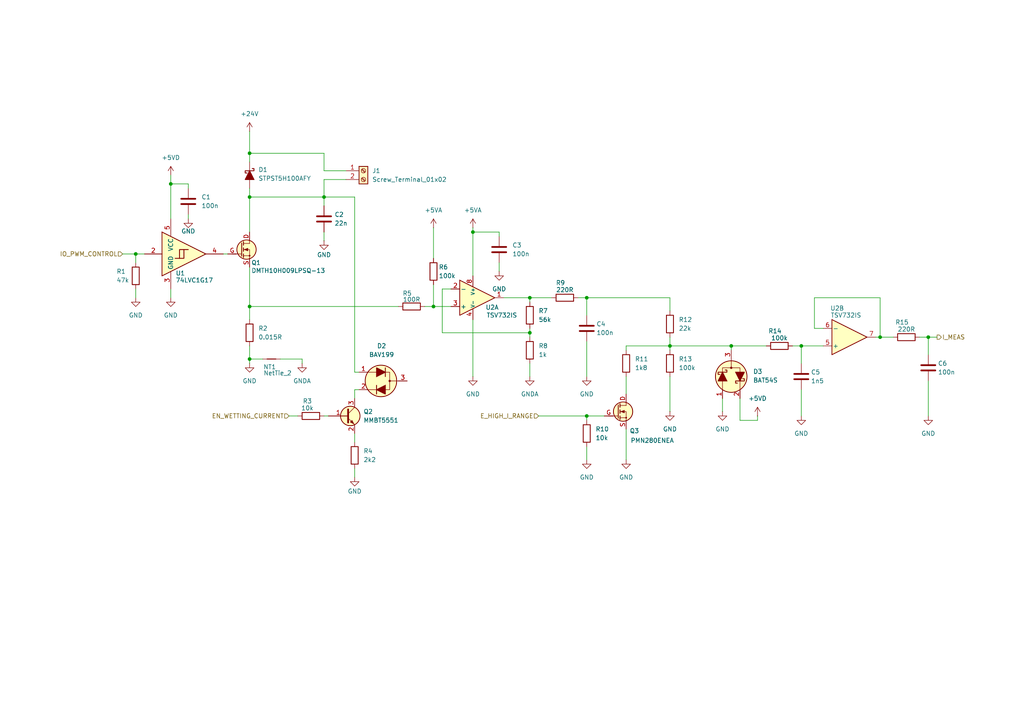
<source format=kicad_sch>
(kicad_sch (version 20231120) (generator "eeschema") (generator_version "8.0")
  (paper "A4")
  (lib_symbols
    (symbol "74xGxx:74LVC1G17"
      (property "Reference" "U" (at 0 3.81 0))
      (property "Value" "74LVC1G17" (at 0 -3.81 0))
      (symbol "74LVC1G17_0_1"
        (polyline (pts (xy -7.62 6.35) (xy -7.62 -6.35) (xy 5.08 0) (xy -7.62 6.35)) (stroke (width 0.254)) (fill (type background)))
        (polyline (pts (xy -3.81 -1.27) (xy -2.54 -1.27) (xy -2.54 1.27) (xy -1.27 1.27)) (stroke (width 0.254)) (fill (type background)))
        (polyline (pts (xy -2.54 -1.27) (xy -1.27 -1.27) (xy -1.27 1.27) (xy 0 1.27)) (stroke (width 0.254)) (fill (type background)))
      )
      (symbol "74LVC1G17_1_1"
        (pin no_connect line (at -7.62 5.08 180) (length 5.08) hide (name "NC") (number "1"))
        (pin input line (at -12.7 0 0) (length 5.08) (name "~") (number "2"))
        (pin power_in line (at -5.08 -10.16 90) (length 5.08) (name "GND") (number "3"))
        (pin output line (at 10.16 0 180) (length 5.08) (name "~") (number "4"))
        (pin power_in line (at -5.08 10.16 270) (length 5.08) (name "VCC") (number "5"))
      )
    )
    (symbol "Connector:Screw_Terminal_01x02" (pin_names (offset 1.016) hide)
      (property "Reference" "J" (at 0 2.54 0))
      (property "Value" "Screw_Terminal_01x02" (at 0 -5.08 0))
      (symbol "Screw_Terminal_01x02_1_1"
        (rectangle (start -1.27 1.27) (end 1.27 -3.81) (stroke (width 0.254)) (fill (type background)))
        (circle (center 0 -2.54) (radius 0.635) (stroke (width 0.1524)))
        (polyline (pts (xy -0.5334 -2.2098) (xy 0.3302 -3.048)) (stroke (width 0.1524)))
        (polyline (pts (xy -0.5334 0.3302) (xy 0.3302 -0.508)) (stroke (width 0.1524)))
        (polyline (pts (xy -0.3556 -2.032) (xy 0.508 -2.8702)) (stroke (width 0.1524)))
        (polyline (pts (xy -0.3556 0.508) (xy 0.508 -0.3302)) (stroke (width 0.1524)))
        (circle (center 0 0) (radius 0.635) (stroke (width 0.1524)))
        (pin passive line (at -5.08 0 0) (length 3.81) (name "Pin_1") (number "1"))
        (pin passive line (at -5.08 -2.54 0) (length 3.81) (name "Pin_2") (number "2"))
      )
    )
    (symbol "Device:NetTie_2" (pin_numbers hide) (pin_names (offset 0) hide) (in_bom no)
      (property "Reference" "NT" (at 0 1.27 0))
      (property "Value" "NetTie_2" (at 0 -1.27 0))
      (symbol "NetTie_2_0_1"
        (polyline (pts (xy -1.27 0) (xy 1.27 0)) (stroke (width 0.254)))
      )
      (symbol "NetTie_2_1_1"
        (pin passive line (at -2.54 0 0) (length 2.54) (name "1") (number "1"))
        (pin passive line (at 2.54 0 180) (length 2.54) (name "2") (number "2"))
      )
    )
    (symbol "PCM_Amplifier_Operational_AKL:TSV732IS" (pin_names (offset 0.2))
      (property "Reference" "U" (at 1.27 7.62 0))
      (property "Value" "TSV732IS" (at 1.27 5.08 0))
      (symbol "TSV732IS_0_1"
        (polyline (pts (xy -3.81 5.08) (xy -3.81 -5.08) (xy 6.35 0) (xy -3.81 5.08)) (stroke (width 0.254)) (fill (type background)))
      )
      (symbol "TSV732IS_1_1"
        (pin output line (at 8.89 0 180) (length 2.54) (name "~") (number "1"))
        (pin input line (at -6.35 2.54 0) (length 2.54) (name "-") (number "2"))
        (pin input line (at -6.35 -2.54 0) (length 2.54) (name "+") (number "3"))
        (pin power_in line (at 0 -6.35 90) (length 3.18) (name "V-") (number "4"))
        (pin power_in line (at 0 6.35 270) (length 3.18) (name "V+") (number "8"))
      )
      (symbol "TSV732IS_2_1"
        (pin input line (at -6.35 -2.54 0) (length 2.54) (name "+") (number "5"))
        (pin input line (at -6.35 2.54 0) (length 2.54) (name "-") (number "6"))
        (pin output line (at 8.89 0 180) (length 2.54) (name "~") (number "7"))
      )
    )
    (symbol "PCM_Capacitor_AKL:C_0603" (pin_numbers hide) (pin_names (offset 0.254))
      (property "Reference" "C" (at 0.635 2.54 0))
      (property "Value" "C_0603" (at 0.635 -2.54 0))
      (symbol "C_0603_0_1"
        (polyline (pts (xy -2.032 -0.762) (xy 2.032 -0.762)) (stroke (width 0.508)))
        (polyline (pts (xy -2.032 0.762) (xy 2.032 0.762)) (stroke (width 0.508)))
      )
      (symbol "C_0603_0_2"
        (polyline (pts (xy -2.54 -2.54) (xy -0.381 -0.381)))
        (polyline (pts (xy -0.508 -0.508) (xy -1.651 0.635)) (stroke (width 0.508)))
        (polyline (pts (xy -0.508 -0.508) (xy 0.635 -1.651)) (stroke (width 0.508)))
        (polyline (pts (xy 0.381 0.381) (xy 2.54 2.54)))
        (polyline (pts (xy 0.508 0.508) (xy -0.635 1.651)) (stroke (width 0.508)))
        (polyline (pts (xy 0.508 0.508) (xy 1.651 -0.635)) (stroke (width 0.508)))
      )
      (symbol "C_0603_1_1"
        (pin passive line (at 0 3.81 270) (length 2.794) (name "~") (number "1"))
        (pin passive line (at 0 -3.81 90) (length 2.794) (name "~") (number "2"))
      )
      (symbol "C_0603_1_2"
        (pin passive line (at 2.54 2.54 270) (length 0) (name "~") (number "1"))
        (pin passive line (at -2.54 -2.54 90) (length 0) (name "~") (number "2"))
      )
    )
    (symbol "PCM_Diode_AKL:BAV199" (pin_names (offset 1.016) hide)
      (property "Reference" "D" (at 0 8.89 0))
      (property "Value" "BAV199" (at 0 6.35 0))
      (symbol "BAV199_0_1"
        (polyline (pts (xy -1.27 -2.54) (xy -3.81 -2.54)))
        (polyline (pts (xy -1.27 -1.27) (xy -1.27 -3.81)) (stroke (width 0.254)))
        (polyline (pts (xy -1.27 2.54) (xy -3.81 2.54)))
        (polyline (pts (xy 1.27 3.81) (xy 1.27 1.27)) (stroke (width 0.254)))
        (polyline (pts (xy 5.08 0) (xy 2.54 0)))
        (polyline (pts (xy 1.27 -2.54) (xy 2.54 -2.54) (xy 2.54 2.54) (xy 1.27 2.54)))
        (circle (center 0 0) (radius 4.572) (stroke (width 0.254)) (fill (type background)))
        (circle (center 2.54 0) (radius 0.254) (fill (type outline)))
      )
      (symbol "BAV199_0_2"
        (arc (start -2.54 -2.54) (mid 0 -5.0576) (end 2.54 -2.54) (stroke (width 0.254)))
        (polyline (pts (xy -2.54 2.54) (xy -2.54 -2.54)) (stroke (width 0.254)))
        (polyline (pts (xy 0 -5.08) (xy 0 -3.81)))
        (polyline (pts (xy 0 0) (xy 2.54 0)))
        (polyline (pts (xy 0 1.27) (xy 0 -1.27)))
        (polyline (pts (xy 0 5.08) (xy 0 3.81)))
        (polyline (pts (xy 1.27 -3.81) (xy -1.27 -3.81)) (stroke (width 0.254)))
        (polyline (pts (xy 1.27 1.27) (xy -1.27 1.27)) (stroke (width 0.254)))
        (polyline (pts (xy 2.54 -2.54) (xy 2.54 2.54)) (stroke (width 0.254)))
        (polyline (pts (xy 0 -5.08) (xy -1.016 -4.826) (xy -1.778 -4.318) (xy -2.286 -3.556) (xy -2.54 -3.048) (xy -2.54 2.794) (xy -2.286 3.556) (xy -1.778 4.318) (xy -1.016 4.826) (xy -0.254 5.08) (xy 0.254 5.08) (xy 1.016 4.826) (xy 1.524 4.572) (xy 2.032 4.064) (xy 2.286 3.556) (xy 2.54 2.794) (xy 2.54 -2.794) (xy 2.286 -3.556) (xy 2.032 -4.064) (xy 1.524 -4.572) (xy 1.016 -4.826) (xy 0 -5.08)) (stroke (width 0.01)) (fill (type background)))
        (circle (center 0 0) (radius 0.254) (fill (type outline)))
        (arc (start 2.54 2.54) (mid 0 5.0576) (end -2.54 2.54) (stroke (width 0.254)))
      )
      (symbol "BAV199_1_1"
        (polyline (pts (xy -1.27 2.54) (xy 1.27 2.54)))
        (polyline (pts (xy 1.27 -2.54) (xy -1.27 -2.54)))
        (polyline (pts (xy -1.27 1.27) (xy -1.27 3.81) (xy 1.27 2.54) (xy -1.27 1.27)) (stroke (width 0.254)) (fill (type outline)))
        (polyline (pts (xy 1.27 -1.27) (xy 1.27 -3.81) (xy -1.27 -2.54) (xy 1.27 -1.27)) (stroke (width 0.254)) (fill (type outline)))
        (pin passive line (at -6.35 2.54 0) (length 2.54) (name "A") (number "1"))
        (pin passive line (at -6.35 -2.54 0) (length 2.54) (name "K") (number "2"))
        (pin passive line (at 7.62 0 180) (length 2.54) (name "C") (number "3"))
      )
      (symbol "BAV199_1_2"
        (polyline (pts (xy 1.27 -1.27) (xy -1.27 -1.27) (xy 0 -3.81) (xy 1.27 -1.27)) (stroke (width 0.254)) (fill (type outline)))
        (polyline (pts (xy 1.27 3.81) (xy -1.27 3.81) (xy 0 1.27) (xy 1.27 3.81)) (stroke (width 0.254)) (fill (type outline)))
        (pin passive line (at 0 7.62 270) (length 2.54) (name "A") (number "1"))
        (pin passive line (at 0 -7.62 90) (length 2.54) (name "K") (number "2"))
        (pin passive line (at 5.08 0 180) (length 2.54) (name "C") (number "3"))
      )
    )
    (symbol "PCM_Diode_Schottky_AKL:BAT54S" (pin_names (offset 1.016) hide)
      (property "Reference" "D" (at 0 8.89 0))
      (property "Value" "BAT54S" (at 0 6.35 0))
      (symbol "BAT54S_0_1"
        (polyline (pts (xy -1.27 -2.54) (xy -3.81 -2.54)))
        (polyline (pts (xy -1.27 2.54) (xy -3.81 2.54)))
        (polyline (pts (xy 5.08 0) (xy 2.54 0)))
        (polyline (pts (xy 1.27 -2.54) (xy 2.54 -2.54) (xy 2.54 2.54) (xy 1.27 2.54)))
        (circle (center 0 0) (radius 4.572) (stroke (width 0.254)) (fill (type background)))
        (circle (center 2.54 0) (radius 0.254) (fill (type outline)))
      )
      (symbol "BAT54S_1_1"
        (polyline (pts (xy -1.27 2.54) (xy 1.27 2.54)))
        (polyline (pts (xy 1.27 -2.54) (xy -1.27 -2.54)))
        (polyline (pts (xy -1.27 1.27) (xy -1.27 3.81) (xy 1.27 2.54) (xy -1.27 1.27)) (stroke (width 0.254)) (fill (type outline)))
        (polyline (pts (xy 1.27 -1.27) (xy 1.27 -3.81) (xy -1.27 -2.54) (xy 1.27 -1.27)) (stroke (width 0.254)) (fill (type outline)))
        (polyline (pts (xy -1.905 -1.778) (xy -1.905 -1.27) (xy -1.27 -1.27) (xy -1.27 -3.81) (xy -0.635 -3.81) (xy -0.635 -3.302)) (stroke (width 0.254)))
        (polyline (pts (xy 1.905 1.778) (xy 1.905 1.27) (xy 1.27 1.27) (xy 1.27 3.81) (xy 0.635 3.81) (xy 0.635 3.302)) (stroke (width 0.254)))
        (pin passive line (at -6.35 2.54 0) (length 2.54) (name "A") (number "1"))
        (pin passive line (at -6.35 -2.54 0) (length 2.54) (name "K") (number "2"))
        (pin passive line (at 7.62 0 180) (length 2.54) (name "C") (number "3"))
      )
      (symbol "BAT54S_1_2"
        (arc (start -2.54 -2.54) (mid 0 -5.0576) (end 2.54 -2.54) (stroke (width 0.254)))
        (polyline (pts (xy -2.54 2.54) (xy -2.54 -2.54)) (stroke (width 0.254)))
        (polyline (pts (xy 0 -5.08) (xy 0 -3.556)))
        (polyline (pts (xy 0 0) (xy 2.54 0)))
        (polyline (pts (xy 0 1.27) (xy 0 -1.27)))
        (polyline (pts (xy 0 5.08) (xy 0 3.556)))
        (polyline (pts (xy 2.54 -2.54) (xy 2.54 2.54)) (stroke (width 0.254)))
        (polyline (pts (xy 1.27 -1.016) (xy -1.27 -1.016) (xy 0 -3.556) (xy 1.27 -1.016)) (stroke (width 0.254)) (fill (type outline)))
        (polyline (pts (xy 1.27 3.81) (xy -1.27 3.81) (xy 0 1.27) (xy 1.27 3.81)) (stroke (width 0.254)) (fill (type outline)))
        (polyline (pts (xy -0.762 0.635) (xy -1.27 0.635) (xy -1.27 1.27) (xy 1.27 1.27) (xy 1.27 1.905) (xy 0.762 1.905)) (stroke (width 0.254)))
        (polyline (pts (xy 0.762 -2.921) (xy 1.27 -2.921) (xy 1.27 -3.556) (xy -1.27 -3.556) (xy -1.27 -4.191) (xy -0.762 -4.191)) (stroke (width 0.254)))
        (polyline (pts (xy 0 -5.08) (xy -1.016 -4.826) (xy -1.778 -4.318) (xy -2.286 -3.556) (xy -2.54 -3.048) (xy -2.54 2.794) (xy -2.286 3.556) (xy -1.778 4.318) (xy -1.016 4.826) (xy -0.254 5.08) (xy 0.254 5.08) (xy 1.016 4.826) (xy 1.524 4.572) (xy 2.032 4.064) (xy 2.286 3.556) (xy 2.54 2.794) (xy 2.54 -2.794) (xy 2.286 -3.556) (xy 2.032 -4.064) (xy 1.524 -4.572) (xy 1.016 -4.826) (xy 0 -5.08)) (stroke (width 0.01)) (fill (type background)))
        (circle (center 0 0) (radius 0.254) (fill (type outline)))
        (arc (start 2.54 2.54) (mid 0 5.0576) (end -2.54 2.54) (stroke (width 0.254)))
        (pin passive line (at 0 7.62 270) (length 2.54) (name "A") (number "1"))
        (pin passive line (at 0 -7.62 90) (length 2.54) (name "K") (number "2"))
        (pin passive line (at 5.08 0 180) (length 2.54) (name "C") (number "3"))
      )
    )
    (symbol "PCM_Resistor_AKL:R_0603" (pin_numbers hide) (pin_names (offset 0))
      (property "Reference" "R" (at 2.54 1.27 0))
      (property "Value" "R_0603" (at 2.54 -1.27 0))
      (symbol "R_0603_0_1"
        (rectangle (start -1.016 2.54) (end 1.016 -2.54) (stroke (width 0.254)))
      )
      (symbol "R_0603_0_2"
        (polyline (pts (xy -2.54 -2.54) (xy -1.524 -1.524)))
        (polyline (pts (xy 1.524 1.524) (xy 2.54 2.54)))
        (polyline (pts (xy 1.524 1.524) (xy 0.889 2.159) (xy -2.159 -0.889) (xy -0.889 -2.159) (xy 2.159 0.889) (xy 1.524 1.524)) (stroke (width 0.254)))
      )
      (symbol "R_0603_1_1"
        (pin passive line (at 0 3.81 270) (length 1.27) (name "~") (number "1"))
        (pin passive line (at 0 -3.81 90) (length 1.27) (name "~") (number "2"))
      )
      (symbol "R_0603_1_2"
        (pin passive line (at 2.54 2.54 180) (length 0) (name "") (number "1"))
        (pin passive line (at -2.54 -2.54 0) (length 0) (name "") (number "2"))
      )
    )
    (symbol "PCM_Transistor_BJT_AKL:MMBT5551" (pin_names hide)
      (property "Reference" "Q" (at 5.08 1.27 0))
      (property "Value" "MMBT5551" (at 5.08 -1.27 0))
      (symbol "MMBT5551_0_1"
        (polyline (pts (xy 0.635 0.635) (xy 2.54 2.54)))
        (polyline (pts (xy 0.635 -0.635) (xy 2.54 -2.54) (xy 2.54 -2.54)))
        (polyline (pts (xy 0.635 1.905) (xy 0.635 -1.905) (xy 0.635 -1.905)) (stroke (width 0.508)))
        (polyline (pts (xy 1.27 -1.778) (xy 1.778 -1.27) (xy 2.286 -2.286) (xy 1.27 -1.778) (xy 1.27 -1.778)) (fill (type outline)))
        (circle (center 1.27 0) (radius 2.8194) (stroke (width 0.254)) (fill (type background)))
      )
      (symbol "MMBT5551_1_1"
        (pin input line (at -5.08 0 0) (length 5.715) (name "B") (number "1"))
        (pin passive line (at 2.54 -5.08 90) (length 2.54) (name "E") (number "2"))
        (pin passive line (at 2.54 5.08 270) (length 2.54) (name "C") (number "3"))
      )
    )
    (symbol "athanniss-lib:DMTH10H009LPSQ-13" (pin_names hide)
      (property "Reference" "Q" (at 5.08 1.27 0))
      (property "Value" "DMTH10H009LPSQ-13" (at 5.08 -1.27 0))
      (symbol "DMTH10H009LPSQ-13_0_1"
        (polyline (pts (xy 0.254 -1.27) (xy -2.54 -1.27)))
        (polyline (pts (xy 0.254 1.905) (xy 0.254 -1.905)) (stroke (width 0.254)))
        (polyline (pts (xy 0.762 -1.778) (xy 2.54 -1.778)))
        (polyline (pts (xy 0.762 -1.27) (xy 0.762 -2.286)) (stroke (width 0.254)))
        (polyline (pts (xy 0.762 0.508) (xy 0.762 -0.508)) (stroke (width 0.254)))
        (polyline (pts (xy 0.762 2.286) (xy 0.762 1.27)) (stroke (width 0.254)))
        (polyline (pts (xy 2.54 1.778) (xy 0.762 1.778)))
        (polyline (pts (xy 2.54 2.54) (xy 2.54 1.778)))
        (polyline (pts (xy 2.54 -2.54) (xy 2.54 0) (xy 0.762 0)))
        (polyline (pts (xy 1.016 0) (xy 2.032 0.381) (xy 2.032 -0.381) (xy 1.016 0)) (fill (type outline)))
        (circle (center 1.651 0) (radius 2.794) (stroke (width 0.254)) (fill (type background)))
        (circle (center 2.54 -1.778) (radius 0.1778) (fill (type outline)))
      )
      (symbol "DMTH10H009LPSQ-13_1_1"
        (pin passive line (at 2.54 5.08 270) (length 2.54) (name "D") (number "D"))
        (pin input line (at -3.81 -1.27 0) (length 2.54) (name "G") (number "G"))
        (pin passive line (at 2.54 -5.08 90) (length 2.54) (name "S") (number "S"))
      )
    )
    (symbol "athanniss-lib:MFSA1206R0150FCM" (pin_numbers hide) (pin_names (offset 0))
      (property "Reference" "R" (at 2.54 1.27 0))
      (property "Value" "0.015R" (at 2.54 -1.27 0))
      (symbol "MFSA1206R0150FCM_0_1"
        (rectangle (start -1.016 2.54) (end 1.016 -2.54) (stroke (width 0.254)))
      )
      (symbol "MFSA1206R0150FCM_0_2"
        (polyline (pts (xy -2.54 -2.54) (xy -1.524 -1.524)))
        (polyline (pts (xy 1.524 1.524) (xy 2.54 2.54)))
        (polyline (pts (xy 1.524 1.524) (xy 0.889 2.159) (xy -2.159 -0.889) (xy -0.889 -2.159) (xy 2.159 0.889) (xy 1.524 1.524)) (stroke (width 0.254)))
      )
      (symbol "MFSA1206R0150FCM_1_1"
        (pin passive line (at 0 3.81 270) (length 1.27) (name "~") (number "1"))
        (pin passive line (at 0 -3.81 90) (length 1.27) (name "~") (number "2"))
      )
      (symbol "MFSA1206R0150FCM_1_2"
        (pin passive line (at 2.54 2.54 180) (length 0) (name "") (number "1"))
        (pin passive line (at -2.54 -2.54 0) (length 0) (name "") (number "2"))
      )
    )
    (symbol "athanniss-lib:PMN280ENEA" (pin_names hide)
      (property "Reference" "Q" (at 5.08 1.27 0))
      (property "Value" "PMN280ENEA" (at 5.08 -1.27 0))
      (symbol "PMN280ENEA_0_1"
        (polyline (pts (xy 0.254 -1.27) (xy -2.54 -1.27)))
        (polyline (pts (xy 0.254 1.905) (xy 0.254 -1.905)) (stroke (width 0.254)))
        (polyline (pts (xy 0.762 -1.778) (xy 2.54 -1.778)))
        (polyline (pts (xy 0.762 -1.27) (xy 0.762 -2.286)) (stroke (width 0.254)))
        (polyline (pts (xy 0.762 0.508) (xy 0.762 -0.508)) (stroke (width 0.254)))
        (polyline (pts (xy 0.762 2.286) (xy 0.762 1.27)) (stroke (width 0.254)))
        (polyline (pts (xy 2.54 1.778) (xy 0.762 1.778)))
        (polyline (pts (xy 2.54 2.54) (xy 2.54 1.778)))
        (polyline (pts (xy 2.54 -2.54) (xy 2.54 0) (xy 0.762 0)))
        (polyline (pts (xy 1.016 0) (xy 2.032 0.381) (xy 2.032 -0.381) (xy 1.016 0)) (fill (type outline)))
        (circle (center 1.651 0) (radius 2.794) (stroke (width 0.254)) (fill (type background)))
        (circle (center 2.54 -1.778) (radius 0.1778) (fill (type outline)))
      )
      (symbol "PMN280ENEA_1_1"
        (pin passive line (at 2.54 5.08 270) (length 2.54) (name "D") (number "D"))
        (pin input line (at -3.81 -1.27 0) (length 2.54) (name "G") (number "G"))
        (pin passive line (at 2.54 -5.08 90) (length 2.54) (name "S") (number "S"))
      )
    )
    (symbol "athanniss-lib:STPST5H100AFY" (pin_numbers hide) (pin_names (offset 1.016) hide)
      (property "Reference" "D" (at 0 5.08 0))
      (property "Value" "STPST5H100AFY" (at 0 2.54 0))
      (symbol "STPST5H100AFY_0_1"
        (polyline (pts (xy -1.27 0) (xy 1.27 0)))
        (polyline (pts (xy -1.27 -1.27) (xy -1.27 1.27) (xy 1.27 0) (xy -1.27 -1.27)) (stroke (width 0.254)) (fill (type outline)))
        (polyline (pts (xy 1.905 -0.762) (xy 1.905 -1.27) (xy 1.27 -1.27) (xy 1.27 1.27) (xy 0.635 1.27) (xy 0.635 0.762)) (stroke (width 0.254)))
      )
      (symbol "STPST5H100AFY_0_2"
        (polyline (pts (xy -2.54 -2.54) (xy 2.54 2.54)))
        (polyline (pts (xy 0 1.778) (xy 1.778 0)) (stroke (width 0.254)))
        (polyline (pts (xy 0 1.778) (xy -0.381 1.397) (xy 0 1.016)) (stroke (width 0.254)))
        (polyline (pts (xy 1.778 0) (xy 2.159 0.381) (xy 1.778 0.762)) (stroke (width 0.254)))
        (polyline (pts (xy -0.889 -0.889) (xy -1.778 0) (xy 0.889 0.889) (xy 0 -1.778) (xy -0.889 -0.889)) (stroke (width 0.254)) (fill (type outline)))
      )
      (symbol "STPST5H100AFY_1_1"
        (pin passive line (at 3.81 0 180) (length 2.54) (name "K") (number "1"))
        (pin passive line (at -3.81 0 0) (length 2.54) (name "A") (number "2"))
      )
      (symbol "STPST5H100AFY_1_2"
        (pin passive line (at 2.54 2.54 180) (length 0) (name "K") (number "1"))
        (pin passive line (at -2.54 -2.54 0) (length 0) (name "A") (number "2"))
      )
    )
    (symbol "power:+24V" (power) (pin_numbers hide) (pin_names (offset 0) hide)
      (property "Value" "+24V" (at 0 3.556 0))
      (symbol "+24V_0_1"
        (polyline (pts (xy -0.762 1.27) (xy 0 2.54)))
        (polyline (pts (xy 0 0) (xy 0 2.54)))
        (polyline (pts (xy 0 2.54) (xy 0.762 1.27)))
      )
      (symbol "+24V_1_1"
        (pin power_in line (at 0 0 90) (length 0) (name "~") (number "1"))
      )
    )
    (symbol "power:+5VA" (power) (pin_numbers hide) (pin_names (offset 0) hide)
      (property "Value" "+5VA" (at 0 3.556 0))
      (symbol "+5VA_0_1"
        (polyline (pts (xy -0.762 1.27) (xy 0 2.54)))
        (polyline (pts (xy 0 0) (xy 0 2.54)))
        (polyline (pts (xy 0 2.54) (xy 0.762 1.27)))
      )
      (symbol "+5VA_1_1"
        (pin power_in line (at 0 0 90) (length 0) (name "~") (number "1"))
      )
    )
    (symbol "power:+5VD" (power) (pin_numbers hide) (pin_names (offset 0) hide)
      (property "Value" "+5VD" (at 0 3.556 0))
      (symbol "+5VD_0_1"
        (polyline (pts (xy -0.762 1.27) (xy 0 2.54)))
        (polyline (pts (xy 0 0) (xy 0 2.54)))
        (polyline (pts (xy 0 2.54) (xy 0.762 1.27)))
      )
      (symbol "+5VD_1_1"
        (pin power_in line (at 0 0 90) (length 0) (name "~") (number "1"))
      )
    )
    (symbol "power:GND" (power) (pin_numbers hide) (pin_names (offset 0) hide)
      (property "Value" "GND" (at 0 -3.81 0))
      (symbol "GND_0_1"
        (polyline (pts (xy 0 0) (xy 0 -1.27) (xy 1.27 -1.27) (xy 0 -2.54) (xy -1.27 -1.27) (xy 0 -1.27)))
      )
      (symbol "GND_1_1"
        (pin power_in line (at 0 0 270) (length 0) (name "~") (number "1"))
      )
    )
    (symbol "power:GNDA" (power) (pin_numbers hide) (pin_names (offset 0) hide)
      (property "Value" "GNDA" (at 0 -3.81 0))
      (symbol "GNDA_0_1"
        (polyline (pts (xy 0 0) (xy 0 -1.27) (xy 1.27 -1.27) (xy 0 -2.54) (xy -1.27 -1.27) (xy 0 -1.27)))
      )
      (symbol "GNDA_1_1"
        (pin power_in line (at 0 0 270) (length 0) (name "~") (number "1"))
      )
    )
  )
  (junction (at 194.31 100.33))
  (junction (at 93.98 57.15))
  (junction (at 49.53 53.34))
  (junction (at 72.39 44.45))
  (junction (at 72.39 88.9))
  (junction (at 125.73 88.9))
  (junction (at 212.09 100.33))
  (junction (at 153.67 86.36))
  (junction (at 153.67 96.52))
  (junction (at 232.41 100.33))
  (junction (at 39.37 73.66))
  (junction (at 269.24 97.79))
  (junction (at 255.27 97.79))
  (junction (at 72.39 57.15))
  (junction (at 170.18 86.36))
  (junction (at 72.39 104.14))
  (junction (at 137.16 67.31))
  (junction (at 170.18 120.65))
  (wire (pts (xy 72.39 104.14) (xy 76.2 104.14)))
  (wire (pts (xy 269.24 110.49) (xy 269.24 120.65)))
  (wire (pts (xy 255.27 97.79) (xy 259.08 97.79)))
  (wire (pts (xy 236.22 86.36) (xy 255.27 86.36)))
  (wire (pts (xy 212.09 100.33) (xy 212.09 101.6)))
  (wire (pts (xy 170.18 120.65) (xy 170.18 121.92)))
  (wire (pts (xy 39.37 73.66) (xy 39.37 76.2)))
  (wire (pts (xy 49.53 83.82) (xy 49.53 86.36)))
  (wire (pts (xy 93.98 44.45) (xy 93.98 49.53)))
  (wire (pts (xy 153.67 96.52) (xy 153.67 97.79)))
  (wire (pts (xy 93.98 67.31) (xy 93.98 69.85)))
  (wire (pts (xy 130.81 83.82) (xy 128.27 83.82)))
  (wire (pts (xy 269.24 97.79) (xy 269.24 102.87)))
  (wire (pts (xy 236.22 95.25) (xy 236.22 86.36)))
  (wire (pts (xy 232.41 100.33) (xy 238.76 100.33)))
  (wire (pts (xy 167.64 86.36) (xy 170.18 86.36)))
  (wire (pts (xy 146.05 86.36) (xy 153.67 86.36)))
  (wire (pts (xy 72.39 88.9) (xy 115.57 88.9)))
  (wire (pts (xy 54.61 54.61) (xy 54.61 53.34)))
  (wire (pts (xy 194.31 97.79) (xy 194.31 100.33)))
  (wire (pts (xy 255.27 97.79) (xy 254 97.79)))
  (wire (pts (xy 125.73 66.04) (xy 125.73 74.93)))
  (wire (pts (xy 194.31 86.36) (xy 194.31 90.17)))
  (wire (pts (xy 212.09 100.33) (xy 194.31 100.33)))
  (wire (pts (xy 214.63 121.92) (xy 219.71 121.92)))
  (wire (pts (xy 137.16 67.31) (xy 137.16 80.01)))
  (wire (pts (xy 125.73 82.55) (xy 125.73 88.9)))
  (wire (pts (xy 72.39 88.9) (xy 72.39 92.71)))
  (wire (pts (xy 72.39 44.45) (xy 93.98 44.45)))
  (wire (pts (xy 137.16 67.31) (xy 144.78 67.31)))
  (wire (pts (xy 153.67 86.36) (xy 160.02 86.36)))
  (wire (pts (xy 128.27 96.52) (xy 153.67 96.52)))
  (wire (pts (xy 153.67 95.25) (xy 153.67 96.52)))
  (wire (pts (xy 266.7 97.79) (xy 269.24 97.79)))
  (wire (pts (xy 81.28 104.14) (xy 87.63 104.14)))
  (wire (pts (xy 49.53 53.34) (xy 54.61 53.34)))
  (wire (pts (xy 181.61 109.22) (xy 181.61 114.3)))
  (wire (pts (xy 269.24 97.79) (xy 271.78 97.79)))
  (wire (pts (xy 72.39 104.14) (xy 72.39 105.41)))
  (wire (pts (xy 229.87 100.33) (xy 232.41 100.33)))
  (wire (pts (xy 175.26 120.65) (xy 170.18 120.65)))
  (wire (pts (xy 222.25 100.33) (xy 212.09 100.33)))
  (wire (pts (xy 170.18 129.54) (xy 170.18 133.35)))
  (wire (pts (xy 219.71 121.92) (xy 219.71 120.65)))
  (wire (pts (xy 102.87 135.89) (xy 102.87 138.43)))
  (wire (pts (xy 93.98 49.53) (xy 100.33 49.53)))
  (wire (pts (xy 102.87 125.73) (xy 102.87 128.27)))
  (wire (pts (xy 39.37 73.66) (xy 41.91 73.66)))
  (wire (pts (xy 93.98 57.15) (xy 93.98 52.07)))
  (wire (pts (xy 156.21 120.65) (xy 170.18 120.65)))
  (wire (pts (xy 123.19 88.9) (xy 125.73 88.9)))
  (wire (pts (xy 93.98 57.15) (xy 93.98 59.69)))
  (wire (pts (xy 72.39 44.45) (xy 72.39 46.99)))
  (wire (pts (xy 170.18 86.36) (xy 194.31 86.36)))
  (wire (pts (xy 238.76 95.25) (xy 236.22 95.25)))
  (wire (pts (xy 102.87 57.15) (xy 102.87 107.95)))
  (wire (pts (xy 194.31 109.22) (xy 194.31 119.38)))
  (wire (pts (xy 72.39 57.15) (xy 72.39 67.31)))
  (wire (pts (xy 102.87 107.95) (xy 104.14 107.95)))
  (wire (pts (xy 181.61 100.33) (xy 181.61 101.6)))
  (wire (pts (xy 153.67 86.36) (xy 153.67 87.63)))
  (wire (pts (xy 170.18 86.36) (xy 170.18 91.44)))
  (wire (pts (xy 125.73 88.9) (xy 130.81 88.9)))
  (wire (pts (xy 49.53 53.34) (xy 49.53 63.5)))
  (wire (pts (xy 102.87 113.03) (xy 102.87 115.57)))
  (wire (pts (xy 144.78 76.2) (xy 144.78 78.74)))
  (wire (pts (xy 54.61 62.23) (xy 54.61 63.5)))
  (wire (pts (xy 72.39 57.15) (xy 93.98 57.15)))
  (wire (pts (xy 93.98 52.07) (xy 100.33 52.07)))
  (wire (pts (xy 209.55 115.57) (xy 209.55 119.38)))
  (wire (pts (xy 72.39 77.47) (xy 72.39 88.9)))
  (wire (pts (xy 64.77 73.66) (xy 66.04 73.66)))
  (wire (pts (xy 72.39 38.1) (xy 72.39 44.45)))
  (wire (pts (xy 194.31 100.33) (xy 194.31 101.6)))
  (wire (pts (xy 255.27 86.36) (xy 255.27 97.79)))
  (wire (pts (xy 49.53 50.8) (xy 49.53 53.34)))
  (wire (pts (xy 93.98 120.65) (xy 95.25 120.65)))
  (wire (pts (xy 128.27 83.82) (xy 128.27 96.52)))
  (wire (pts (xy 72.39 54.61) (xy 72.39 57.15)))
  (wire (pts (xy 72.39 100.33) (xy 72.39 104.14)))
  (wire (pts (xy 194.31 100.33) (xy 181.61 100.33)))
  (wire (pts (xy 93.98 57.15) (xy 102.87 57.15)))
  (wire (pts (xy 83.82 120.65) (xy 86.36 120.65)))
  (wire (pts (xy 104.14 113.03) (xy 102.87 113.03)))
  (wire (pts (xy 214.63 115.57) (xy 214.63 121.92)))
  (wire (pts (xy 232.41 100.33) (xy 232.41 105.41)))
  (wire (pts (xy 232.41 113.03) (xy 232.41 120.65)))
  (wire (pts (xy 35.56 73.66) (xy 39.37 73.66)))
  (wire (pts (xy 181.61 124.46) (xy 181.61 133.35)))
  (wire (pts (xy 137.16 66.04) (xy 137.16 67.31)))
  (wire (pts (xy 144.78 67.31) (xy 144.78 68.58)))
  (wire (pts (xy 170.18 99.06) (xy 170.18 109.22)))
  (wire (pts (xy 153.67 105.41) (xy 153.67 109.22)))
  (wire (pts (xy 87.63 104.14) (xy 87.63 105.41)))
  (wire (pts (xy 137.16 92.71) (xy 137.16 109.22)))
  (wire (pts (xy 39.37 83.82) (xy 39.37 86.36)))
  (hierarchical_label "E_HIGH_I_RANGE" (shape input) (at 156.21 120.65 180))
  (hierarchical_label "EN_WETTING_CURRENT" (shape input) (at 83.82 120.65 180))
  (hierarchical_label "I_MEAS" (shape output) (at 271.78 97.79 0))
  (hierarchical_label "IO_PWM_CONTROL" (shape input) (at 35.56 73.66 180))
  (symbol (lib_id "power:GND") (at 72.39 105.41 0) (unit 1)
    (property "Reference" "#PWR06" (effects (hide yes)))
    (property "Value" "GND" (at 72.39 110.49 0))
    (property "Description" "Power symbol creates a global label with name \"GND\" , ground" (effects (hide yes)))
  )
  (symbol (lib_id "PCM_Capacitor_AKL:C_0603") (at 93.98 63.5 0) (unit 1)
    (property "Reference" "C2" (at 97.028 62.23 0) (effects (justify left)))
    (property "Value" "22n" (at 97.028 64.77 0) (effects (justify left)))
    (property "Footprint" "PCM_Capacitor_SMD_AKL:C_0603_1608Metric" (effects (hide yes)))
    (property "Description" "SMD 0603 MLCC capacitor, Alternate KiCad Library" (effects (hide yes)))
  )
  (symbol (lib_id "PCM_Capacitor_AKL:C_0603") (at 269.24 106.68 0) (unit 1)
    (property "Reference" "C6" (at 272.034 105.41 0) (effects (justify left)))
    (property "Value" "100n" (at 272.034 107.95 0) (effects (justify left)))
    (property "Footprint" "PCM_Capacitor_SMD_AKL:C_0603_1608Metric" (effects (hide yes)))
    (property "Description" "SMD 0603 MLCC capacitor, Alternate KiCad Library" (effects (hide yes)))
  )
  (symbol (lib_id "athanniss-lib:MFSA1206R0150FCM") (at 72.39 96.52 0) (unit 1)
    (property "Reference" "R2" (at 74.93 95.2499 0) (effects (justify left)))
    (property "Value" "0.015R" (at 74.93 97.7899 0) (effects (justify left)))
    (property "Footprint" "PCM_Resistor_SMD_AKL:R_1206_3216Metric" (effects (hide yes)))
    (property "Datasheet" "https://www.eaton.com/content/dam/eaton/products/electronic-components/resources/data-sheet/eaton-mfsa-automotive-smd-current-sense-resistor-metal-foil-data-sheet-elx1180.pdf" (effects (hide yes)))
    (property "Description" "SMD 1206 Chip Resistor, European Symbol, Alternate KiCad Library" (effects (hide yes)))
  )
  (symbol (lib_id "PCM_Resistor_AKL:R_0603") (at 39.37 80.01 0) (unit 1)
    (property "Reference" "R1" (at 33.782 78.74 0) (effects (justify left)))
    (property "Value" "47k" (at 33.782 81.28 0) (effects (justify left)))
    (property "Footprint" "PCM_Resistor_SMD_AKL:R_0603_1608Metric" (effects (hide yes)))
    (property "Description" "SMD 0603 Chip Resistor, European Symbol, Alternate KiCad Library" (effects (hide yes)))
  )
  (symbol (lib_id "power:GNDA") (at 153.67 109.22 0) (unit 1)
    (property "Reference" "#PWR014" (effects (hide yes)))
    (property "Value" "GNDA" (at 153.67 114.3 0))
    (property "Description" "Power symbol creates a global label with name \"GNDA\" , analog ground" (effects (hide yes)))
  )
  (symbol (lib_id "PCM_Resistor_AKL:R_0603") (at 226.06 100.33 90) (unit 1)
    (property "Reference" "R14" (at 224.79 96.012 90))
    (property "Value" "100k" (at 226.06 98.044 90))
    (property "Footprint" "PCM_Resistor_SMD_AKL:R_0603_1608Metric" (effects (hide yes)))
    (property "Description" "SMD 0603 Chip Resistor, European Symbol, Alternate KiCad Library" (effects (hide yes)))
  )
  (symbol (lib_id "power:GND") (at 232.41 120.65 0) (unit 1)
    (property "Reference" "#PWR021" (effects (hide yes)))
    (property "Value" "GND" (at 232.41 125.73 0))
    (property "Description" "Power symbol creates a global label with name \"GND\" , ground" (effects (hide yes)))
  )
  (symbol (lib_id "power:GNDA") (at 87.63 105.41 0) (unit 1)
    (property "Reference" "#PWR07" (effects (hide yes)))
    (property "Value" "GNDA" (at 87.63 110.49 0))
    (property "Description" "Power symbol creates a global label with name \"GNDA\" , analog ground" (effects (hide yes)))
  )
  (symbol (lib_id "PCM_Resistor_AKL:R_0603") (at 262.89 97.79 90) (unit 1)
    (property "Reference" "R15" (at 261.62 93.472 90))
    (property "Value" "220R" (at 262.89 95.504 90))
    (property "Footprint" "PCM_Resistor_SMD_AKL:R_0603_1608Metric" (effects (hide yes)))
    (property "Description" "SMD 0603 Chip Resistor, European Symbol, Alternate KiCad Library" (effects (hide yes)))
  )
  (symbol (lib_id "Connector:Screw_Terminal_01x02") (at 105.41 49.53 0) (unit 1)
    (property "Reference" "J1" (at 107.95 49.5299 0) (effects (justify left)))
    (property "Value" "Screw_Terminal_01x02" (at 107.95 52.0699 0) (effects (justify left)))
    (property "Description" "Generic screw terminal, single row, 01x02, script generated (kicad-library-utils/schlib/autogen/connector/)" (effects (hide yes)))
  )
  (symbol (lib_id "Device:NetTie_2") (at 78.74 104.14 0) (unit 1) (in_bom no)
    (property "Reference" "NT1" (at 78.232 106.426 0))
    (property "Value" "NetTie_2" (at 80.518 108.204 0))
    (property "Footprint" "NetTie:NetTie-2_SMD_Pad2.0mm" (effects (hide yes)))
    (property "Description" "Net tie, 2 pins" (effects (hide yes)))
  )
  (symbol (lib_id "power:GND") (at 209.55 119.38 0) (unit 1)
    (property "Reference" "#PWR019" (effects (hide yes)))
    (property "Value" "GND" (at 209.55 124.46 0))
    (property "Description" "Power symbol creates a global label with name \"GND\" , ground" (effects (hide yes)))
  )
  (symbol (lib_id "power:GND") (at 93.98 69.85 0) (unit 1)
    (property "Reference" "#PWR08" (effects (hide yes)))
    (property "Value" "GND" (at 93.98 73.914 0))
    (property "Description" "Power symbol creates a global label with name \"GND\" , ground" (effects (hide yes)))
  )
  (symbol (lib_id "PCM_Amplifier_Operational_AKL:TSV732IS") (at 137.16 86.36 0) (unit 1)
    (property "Reference" "U2" (at 142.748 89.154 0))
    (property "Value" "TSV732IS" (at 145.542 91.44 0))
    (property "Footprint" "PCM_Package_SO_AKL:MSOP-8_3x3mm_P0.65mm" (effects (hide yes)))
    (property "Datasheet" "https://www.st.com/resource/en/datasheet/tsv731.pdf" (effects (hide yes)))
    (property "Description" "MSOP-8 Dual CMOS Precision Low Power RRIO Operational Amplifier, 200μV Offset, 4.5μV/°C Drift, 900kHz GBW, Alternate KiCAD Library" (effects (hide yes)))
  )
  (symbol (lib_id "power:GND") (at 181.61 133.35 0) (unit 1)
    (property "Reference" "#PWR017" (effects (hide yes)))
    (property "Value" "GND" (at 181.61 138.43 0))
    (property "Description" "Power symbol creates a global label with name \"GND\" , ground" (effects (hide yes)))
  )
  (symbol (lib_id "power:GND") (at 144.78 78.74 0) (unit 1)
    (property "Reference" "#PWR013" (effects (hide yes)))
    (property "Value" "GND" (at 144.78 83.82 0))
    (property "Description" "Power symbol creates a global label with name \"GND\" , ground" (effects (hide yes)))
  )
  (symbol (lib_id "PCM_Resistor_AKL:R_0603") (at 170.18 125.73 0) (unit 1)
    (property "Reference" "R10" (at 172.72 124.4599 0) (effects (justify left)))
    (property "Value" "10k" (at 172.72 126.9999 0) (effects (justify left)))
    (property "Footprint" "PCM_Resistor_SMD_AKL:R_0603_1608Metric" (effects (hide yes)))
    (property "Description" "SMD 0603 Chip Resistor, European Symbol, Alternate KiCad Library" (effects (hide yes)))
  )
  (symbol (lib_id "PCM_Resistor_AKL:R_0603") (at 163.83 86.36 90) (unit 1)
    (property "Reference" "R9" (at 162.56 82.042 90))
    (property "Value" "220R" (at 163.83 84.074 90))
    (property "Footprint" "PCM_Resistor_SMD_AKL:R_0603_1608Metric" (effects (hide yes)))
    (property "Description" "SMD 0603 Chip Resistor, European Symbol, Alternate KiCad Library" (effects (hide yes)))
  )
  (symbol (lib_id "power:GND") (at 269.24 120.65 0) (unit 1)
    (property "Reference" "#PWR022" (effects (hide yes)))
    (property "Value" "GND" (at 269.24 125.73 0))
    (property "Description" "Power symbol creates a global label with name \"GND\" , ground" (effects (hide yes)))
  )
  (symbol (lib_id "PCM_Resistor_AKL:R_0603") (at 119.38 88.9 90) (unit 1)
    (property "Reference" "R5" (at 118.11 85.09 90))
    (property "Value" "100R" (at 119.38 86.868 90))
    (property "Footprint" "PCM_Resistor_SMD_AKL:R_0603_1608Metric" (effects (hide yes)))
    (property "Description" "SMD 0603 Chip Resistor, European Symbol, Alternate KiCad Library" (effects (hide yes)))
  )
  (symbol (lib_id "PCM_Resistor_AKL:R_0603") (at 125.73 78.74 180) (unit 1)
    (property "Reference" "R6" (at 127.254 77.47 0) (effects (justify right)))
    (property "Value" "100k" (at 127.254 80.01 0) (effects (justify right)))
    (property "Footprint" "PCM_Resistor_SMD_AKL:R_0603_1608Metric" (effects (hide yes)))
    (property "Description" "SMD 0603 Chip Resistor, European Symbol, Alternate KiCad Library" (effects (hide yes)))
  )
  (symbol (lib_id "PCM_Capacitor_AKL:C_0603") (at 54.61 58.42 0) (unit 1)
    (property "Reference" "C1" (at 58.42 57.1499 0) (effects (justify left)))
    (property "Value" "100n" (at 58.42 59.6899 0) (effects (justify left)))
    (property "Footprint" "PCM_Capacitor_SMD_AKL:C_0603_1608Metric" (effects (hide yes)))
    (property "Description" "SMD 0603 MLCC capacitor, Alternate KiCad Library" (effects (hide yes)))
  )
  (symbol (lib_id "power:+5VD") (at 49.53 50.8 0) (unit 1)
    (property "Reference" "#PWR02" (effects (hide yes)))
    (property "Value" "+5VD" (at 49.53 45.72 0))
    (property "Description" "Power symbol creates a global label with name \"+5VD\"" (effects (hide yes)))
  )
  (symbol (lib_id "power:GND") (at 49.53 86.36 0) (unit 1)
    (property "Reference" "#PWR03" (effects (hide yes)))
    (property "Value" "GND" (at 49.53 91.44 0))
    (property "Description" "Power symbol creates a global label with name \"GND\" , ground" (effects (hide yes)))
  )
  (symbol (lib_id "power:GND") (at 137.16 109.22 0) (unit 1)
    (property "Reference" "#PWR012" (effects (hide yes)))
    (property "Value" "GND" (at 137.16 114.3 0))
    (property "Description" "Power symbol creates a global label with name \"GND\" , ground" (effects (hide yes)))
  )
  (symbol (lib_id "PCM_Capacitor_AKL:C_0603") (at 232.41 109.22 0) (unit 1)
    (property "Reference" "C5" (at 235.204 107.95 0) (effects (justify left)))
    (property "Value" "1n5" (at 235.204 110.49 0) (effects (justify left)))
    (property "Footprint" "PCM_Capacitor_SMD_AKL:C_0603_1608Metric" (effects (hide yes)))
    (property "Description" "SMD 0603 MLCC capacitor, Alternate KiCad Library" (effects (hide yes)))
  )
  (symbol (lib_id "PCM_Transistor_BJT_AKL:MMBT5551") (at 100.33 120.65 0) (unit 1)
    (property "Reference" "Q2" (at 105.41 119.3799 0) (effects (justify left)))
    (property "Value" "MMBT5551" (at 105.41 121.9199 0) (effects (justify left)))
    (property "Footprint" "PCM_Package_TO_SOT_SMD_AKL:SOT-23" (effects (hide yes)))
    (property "Datasheet" "https://www.tme.eu/Document/12bff749841e3a356e683e9a8e7e4119/2N3904BU-DTE.pdf" (effects (hide yes)))
    (property "Description" "NPN SOT-23 transistor, 160V, 600mA, 350mW, Alternate KiCAD Library" (effects (hide yes)))
  )
  (symbol (lib_id "PCM_Capacitor_AKL:C_0603") (at 170.18 95.25 0) (unit 1)
    (property "Reference" "C4" (at 172.974 93.98 0) (effects (justify left)))
    (property "Value" "100n" (at 172.974 96.52 0) (effects (justify left)))
    (property "Footprint" "PCM_Capacitor_SMD_AKL:C_0603_1608Metric" (effects (hide yes)))
    (property "Description" "SMD 0603 MLCC capacitor, Alternate KiCad Library" (effects (hide yes)))
  )
  (symbol (lib_id "PCM_Resistor_AKL:R_0603") (at 153.67 91.44 0) (unit 1)
    (property "Reference" "R7" (at 156.21 90.1699 0) (effects (justify left)))
    (property "Value" "56k" (at 156.21 92.7099 0) (effects (justify left)))
    (property "Footprint" "PCM_Resistor_SMD_AKL:R_0603_1608Metric" (effects (hide yes)))
    (property "Description" "SMD 0603 Chip Resistor, European Symbol, Alternate KiCad Library" (effects (hide yes)))
  )
  (symbol (lib_id "athanniss-lib:DMTH10H009LPSQ-13") (at 69.85 72.39 0) (unit 1)
    (property "Reference" "Q1" (at 72.898 76.2 0) (effects (justify left)))
    (property "Value" "DMTH10H009LPSQ-13" (at 72.898 78.486 0) (effects (justify left)))
    (property "Footprint" "athanniss-semiconductors:Diodes_PowerDI5060-8_ThermalVias" (effects (hide yes)))
    (property "Datasheet" "https://eu.mouser.com/datasheet/2/115/DIOD_S_A0012994355_1-2513149.pdf" (effects (hide yes)))
    (property "Description" "PowerDI5060-8 N-MOSFET enhancement mode transistor, 100V, 73A, 12.5m rdoson, automotive" (effects (hide yes)))
  )
  (symbol (lib_id "power:+5VA") (at 125.73 66.04 0) (unit 1)
    (property "Reference" "#PWR010" (effects (hide yes)))
    (property "Value" "+5VA" (at 125.73 60.96 0))
    (property "Description" "Power symbol creates a global label with name \"+5VA\"" (effects (hide yes)))
  )
  (symbol (lib_id "athanniss-lib:STPST5H100AFY") (at 72.39 50.8 90) (unit 1)
    (property "Reference" "D1" (at 74.93 49.2124 90) (effects (justify right)))
    (property "Value" "STPST5H100AFY" (at 74.93 51.7524 90) (effects (justify right)))
    (property "Footprint" "PCM_Diode_SMD_AKL:D_SOD-128" (effects (hide yes)))
    (property "Datasheet" "https://eu.mouser.com/datasheet/2/389/stpst5h100_y-3107108.pdf" (effects (hide yes)))
    (property "Description" "SOD128 Schottky diode, 100V, 5A, automotive, Alternate KiCAD Library" (effects (hide yes)))
  )
  (symbol (lib_id "PCM_Diode_AKL:BAV199") (at 110.49 110.49 0) (unit 1)
    (property "Reference" "D2" (at 110.6805 100.33 0))
    (property "Value" "BAV199" (at 110.6805 102.87 0))
    (property "Footprint" "PCM_Package_TO_SOT_SMD_AKL:SOT-23" (effects (hide yes)))
    (property "Datasheet" "https://www.tme.eu/Document/0eaf55a57ccf4dc152eb08577025866d/BAV199.pdf" (effects (hide yes)))
    (property "Description" "SOT-23 Dual diode, series, Small Signal, Low Leakage, 75V, 140mA, 3pA, Alternate KiCad Library" (effects (hide yes)))
  )
  (symbol (lib_id "PCM_Amplifier_Operational_AKL:TSV732IS") (at 245.11 97.79 0) (unit 2)
    (property "Reference" "U2" (at 242.824 89.408 0))
    (property "Value" "TSV732IS" (at 245.364 91.44 0))
    (property "Footprint" "PCM_Package_SO_AKL:MSOP-8_3x3mm_P0.65mm" (effects (hide yes)))
    (property "Datasheet" "https://www.st.com/resource/en/datasheet/tsv731.pdf" (effects (hide yes)))
    (property "Description" "MSOP-8 Dual CMOS Precision Low Power RRIO Operational Amplifier, 200μV Offset, 4.5μV/°C Drift, 900kHz GBW, Alternate KiCAD Library" (effects (hide yes)))
  )
  (symbol (lib_id "power:+5VA") (at 137.16 66.04 0) (unit 1)
    (property "Reference" "#PWR011" (effects (hide yes)))
    (property "Value" "+5VA" (at 137.16 60.96 0))
    (property "Description" "Power symbol creates a global label with name \"+5VA\"" (effects (hide yes)))
  )
  (symbol (lib_id "PCM_Resistor_AKL:R_0603") (at 194.31 105.41 0) (unit 1)
    (property "Reference" "R13" (at 196.85 104.1399 0) (effects (justify left)))
    (property "Value" "100k" (at 196.85 106.6799 0) (effects (justify left)))
    (property "Footprint" "PCM_Resistor_SMD_AKL:R_0603_1608Metric" (effects (hide yes)))
    (property "Description" "SMD 0603 Chip Resistor, European Symbol, Alternate KiCad Library" (effects (hide yes)))
  )
  (symbol (lib_id "power:GND") (at 54.61 63.5 0) (unit 1)
    (property "Reference" "#PWR04" (effects (hide yes)))
    (property "Value" "GND" (at 54.61 67.056 0))
    (property "Description" "Power symbol creates a global label with name \"GND\" , ground" (effects (hide yes)))
  )
  (symbol (lib_id "74xGxx:74LVC1G17") (at 54.61 73.66 0) (unit 1)
    (property "Reference" "U1" (at 52.324 79.248 0))
    (property "Value" "74LVC1G17" (at 56.388 81.28 0))
    (property "Footprint" "PCM_Package_TO_SOT_SMD_AKL:SOT-23-5" (effects (hide yes)))
    (property "Datasheet" "https://www.ti.com/lit/ds/symlink/sn74lvc1g17.pdf" (effects (hide yes)))
    (property "Description" "Single Schmitt Buffer Gate, Low-Voltage CMOS" (effects (hide yes)))
  )
  (symbol (lib_id "power:+24V") (at 72.39 38.1 0) (unit 1)
    (property "Reference" "#PWR05" (effects (hide yes)))
    (property "Value" "+24V" (at 72.39 33.02 0))
    (property "Description" "Power symbol creates a global label with name \"+24V\"" (effects (hide yes)))
  )
  (symbol (lib_id "PCM_Capacitor_AKL:C_0603") (at 144.78 72.39 0) (unit 1)
    (property "Reference" "C3" (at 148.59 71.1199 0) (effects (justify left)))
    (property "Value" "100n" (at 148.59 73.6599 0) (effects (justify left)))
    (property "Footprint" "PCM_Capacitor_SMD_AKL:C_0603_1608Metric" (effects (hide yes)))
    (property "Description" "SMD 0603 MLCC capacitor, Alternate KiCad Library" (effects (hide yes)))
  )
  (symbol (lib_id "power:GND") (at 194.31 119.38 0) (unit 1)
    (property "Reference" "#PWR018" (effects (hide yes)))
    (property "Value" "GND" (at 194.31 124.46 0))
    (property "Description" "Power symbol creates a global label with name \"GND\" , ground" (effects (hide yes)))
  )
  (symbol (lib_id "PCM_Resistor_AKL:R_0603") (at 102.87 132.08 0) (unit 1)
    (property "Reference" "R4" (at 105.41 130.8099 0) (effects (justify left)))
    (property "Value" "2k2" (at 105.41 133.3499 0) (effects (justify left)))
    (property "Footprint" "PCM_Resistor_SMD_AKL:R_0603_1608Metric" (effects (hide yes)))
    (property "Description" "SMD 0603 Chip Resistor, European Symbol, Alternate KiCad Library" (effects (hide yes)))
  )
  (symbol (lib_id "power:GND") (at 170.18 109.22 0) (unit 1)
    (property "Reference" "#PWR015" (effects (hide yes)))
    (property "Value" "GND" (at 170.18 114.3 0))
    (property "Description" "Power symbol creates a global label with name \"GND\" , ground" (effects (hide yes)))
  )
  (symbol (lib_id "power:GND") (at 170.18 133.35 0) (unit 1)
    (property "Reference" "#PWR016" (effects (hide yes)))
    (property "Value" "GND" (at 170.18 138.43 0))
    (property "Description" "Power symbol creates a global label with name \"GND\" , ground" (effects (hide yes)))
  )
  (symbol (lib_id "PCM_Diode_Schottky_AKL:BAT54S") (at 212.09 109.22 90) (unit 1)
    (property "Reference" "D3" (at 218.44 107.7594 90) (effects (justify right)))
    (property "Value" "BAT54S" (at 218.44 110.2994 90) (effects (justify right)))
    (property "Footprint" "PCM_Package_TO_SOT_SMD_AKL:SOT-23" (effects (hide yes)))
    (property "Datasheet" "https://www.tme.eu/Document/2c1c71bcfe5aad5e582fdc49c2dc275f/BAT54.215.pdf" (effects (hide yes)))
    (property "Description" "SOT-23 Dual schottky diode, series, 30V, 200mA, Alternate KiCAD Library" (effects (hide yes)))
  )
  (symbol (lib_id "PCM_Resistor_AKL:R_0603") (at 181.61 105.41 0) (unit 1)
    (property "Reference" "R11" (at 184.15 104.1399 0) (effects (justify left)))
    (property "Value" "1k8" (at 184.15 106.6799 0) (effects (justify left)))
    (property "Footprint" "PCM_Resistor_SMD_AKL:R_0603_1608Metric" (effects (hide yes)))
    (property "Description" "SMD 0603 Chip Resistor, European Symbol, Alternate KiCad Library" (effects (hide yes)))
  )
  (symbol (lib_id "power:GND") (at 39.37 86.36 0) (unit 1)
    (property "Reference" "#PWR01" (effects (hide yes)))
    (property "Value" "GND" (at 39.37 91.44 0))
    (property "Description" "Power symbol creates a global label with name \"GND\" , ground" (effects (hide yes)))
  )
  (symbol (lib_id "power:+5VD") (at 219.71 120.65 0) (unit 1)
    (property "Reference" "#PWR020" (effects (hide yes)))
    (property "Value" "+5VD" (at 219.71 115.57 0))
    (property "Description" "Power symbol creates a global label with name \"+5VD\"" (effects (hide yes)))
  )
  (symbol (lib_id "power:GND") (at 102.87 138.43 0) (unit 1)
    (property "Reference" "#PWR09" (effects (hide yes)))
    (property "Value" "GND" (at 102.87 142.494 0))
    (property "Description" "Power symbol creates a global label with name \"GND\" , ground" (effects (hide yes)))
  )
  (symbol (lib_id "athanniss-lib:PMN280ENEA") (at 179.07 119.38 0) (unit 1)
    (property "Reference" "Q3" (at 182.626 124.968 0) (effects (justify left)))
    (property "Value" "PMN280ENEA" (at 182.88 127.762 0) (effects (justify left)))
    (property "Footprint" "athanniss-semiconductors:SC-74-6_1.5x2.9mm_P0.95mm" (effects (hide yes)))
    (property "Datasheet" "https://eur.365.altium.com/librarycomponentsapi/api/v1/References/933B1976-2037-4DDC-B85C-550F5AD23404" (effects (hide yes)))
    (property "Description" "PMN280ENEA trench N-MOSFET enhancement mode transistor, 100V, 1.2A, logic level" (effects (hide yes)))
  )
  (symbol (lib_id "PCM_Resistor_AKL:R_0603") (at 90.17 120.65 90) (unit 1)
    (property "Reference" "R3" (at 89.154 116.332 90))
    (property "Value" "10k" (at 89.154 118.364 90))
    (property "Footprint" "PCM_Resistor_SMD_AKL:R_0603_1608Metric" (effects (hide yes)))
    (property "Description" "SMD 0603 Chip Resistor, European Symbol, Alternate KiCad Library" (effects (hide yes)))
  )
  (symbol (lib_id "PCM_Resistor_AKL:R_0603") (at 194.31 93.98 0) (unit 1)
    (property "Reference" "R12" (at 196.85 92.7099 0) (effects (justify left)))
    (property "Value" "22k" (at 196.85 95.2499 0) (effects (justify left)))
    (property "Footprint" "PCM_Resistor_SMD_AKL:R_0603_1608Metric" (effects (hide yes)))
    (property "Description" "SMD 0603 Chip Resistor, European Symbol, Alternate KiCad Library" (effects (hide yes)))
  )
  (symbol (lib_id "PCM_Resistor_AKL:R_0603") (at 153.67 101.6 0) (unit 1)
    (property "Reference" "R8" (at 156.21 100.3299 0) (effects (justify left)))
    (property "Value" "1k" (at 156.21 102.8699 0) (effects (justify left)))
    (property "Footprint" "PCM_Resistor_SMD_AKL:R_0603_1608Metric" (effects (hide yes)))
    (property "Description" "SMD 0603 Chip Resistor, European Symbol, Alternate KiCad Library" (effects (hide yes)))
  )
)
</source>
